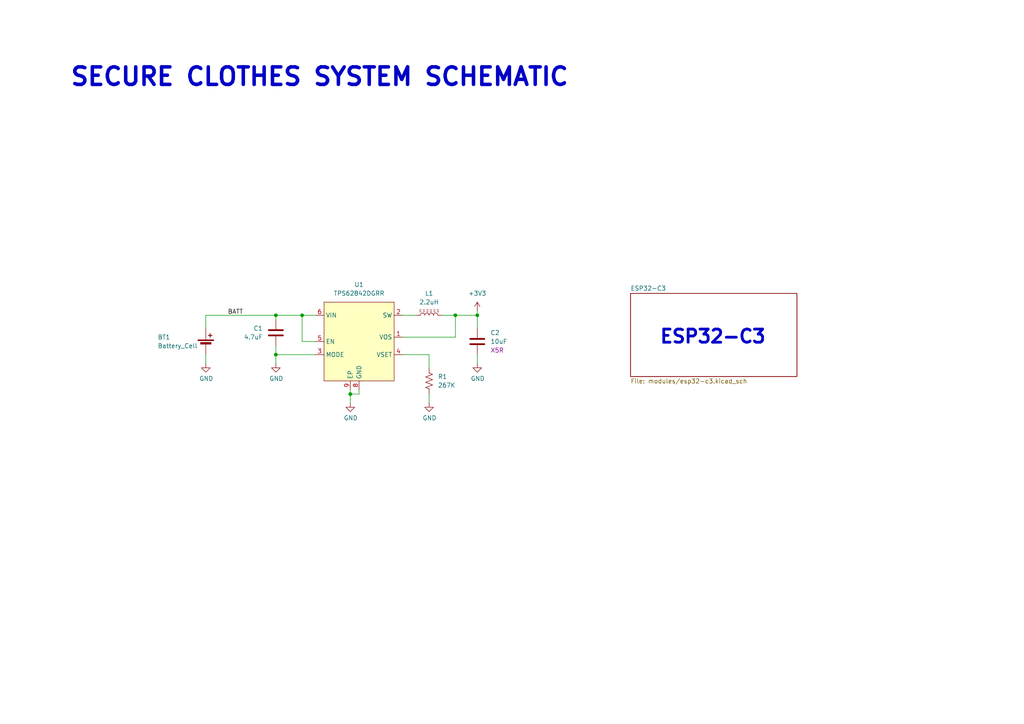
<source format=kicad_sch>
(kicad_sch
	(version 20231120)
	(generator "eeschema")
	(generator_version "8.0")
	(uuid "62d9e645-71b1-4239-93d4-fd0a8a6c917b")
	(paper "A4")
	(title_block
		(date "2024-12-11")
		(rev "${VERSION}")
		(company "${COMPANY}")
	)
	(lib_symbols
		(symbol "Device:Battery_Cell"
			(pin_numbers hide)
			(pin_names
				(offset 0) hide)
			(exclude_from_sim no)
			(in_bom yes)
			(on_board yes)
			(property "Reference" "BT"
				(at 2.54 2.54 0)
				(effects
					(font
						(size 1.27 1.27)
					)
					(justify left)
				)
			)
			(property "Value" "Battery_Cell"
				(at 2.54 0 0)
				(effects
					(font
						(size 1.27 1.27)
					)
					(justify left)
				)
			)
			(property "Footprint" ""
				(at 0 1.524 90)
				(effects
					(font
						(size 1.27 1.27)
					)
					(hide yes)
				)
			)
			(property "Datasheet" "~"
				(at 0 1.524 90)
				(effects
					(font
						(size 1.27 1.27)
					)
					(hide yes)
				)
			)
			(property "Description" "Single-cell battery"
				(at 0 0 0)
				(effects
					(font
						(size 1.27 1.27)
					)
					(hide yes)
				)
			)
			(property "ki_keywords" "battery cell"
				(at 0 0 0)
				(effects
					(font
						(size 1.27 1.27)
					)
					(hide yes)
				)
			)
			(symbol "Battery_Cell_0_1"
				(rectangle
					(start -2.286 1.778)
					(end 2.286 1.524)
					(stroke
						(width 0)
						(type default)
					)
					(fill
						(type outline)
					)
				)
				(rectangle
					(start -1.524 1.016)
					(end 1.524 0.508)
					(stroke
						(width 0)
						(type default)
					)
					(fill
						(type outline)
					)
				)
				(polyline
					(pts
						(xy 0 0.762) (xy 0 0)
					)
					(stroke
						(width 0)
						(type default)
					)
					(fill
						(type none)
					)
				)
				(polyline
					(pts
						(xy 0 1.778) (xy 0 2.54)
					)
					(stroke
						(width 0)
						(type default)
					)
					(fill
						(type none)
					)
				)
				(polyline
					(pts
						(xy 0.762 3.048) (xy 1.778 3.048)
					)
					(stroke
						(width 0.254)
						(type default)
					)
					(fill
						(type none)
					)
				)
				(polyline
					(pts
						(xy 1.27 3.556) (xy 1.27 2.54)
					)
					(stroke
						(width 0.254)
						(type default)
					)
					(fill
						(type none)
					)
				)
			)
			(symbol "Battery_Cell_1_1"
				(pin passive line
					(at 0 5.08 270)
					(length 2.54)
					(name "+"
						(effects
							(font
								(size 1.27 1.27)
							)
						)
					)
					(number "1"
						(effects
							(font
								(size 1.27 1.27)
							)
						)
					)
				)
				(pin passive line
					(at 0 -2.54 90)
					(length 2.54)
					(name "-"
						(effects
							(font
								(size 1.27 1.27)
							)
						)
					)
					(number "2"
						(effects
							(font
								(size 1.27 1.27)
							)
						)
					)
				)
			)
		)
		(symbol "Device:C"
			(pin_numbers hide)
			(pin_names
				(offset 0.254)
			)
			(exclude_from_sim no)
			(in_bom yes)
			(on_board yes)
			(property "Reference" "C"
				(at 0.635 2.54 0)
				(effects
					(font
						(size 1.27 1.27)
					)
					(justify left)
				)
			)
			(property "Value" "C"
				(at 0.635 -2.54 0)
				(effects
					(font
						(size 1.27 1.27)
					)
					(justify left)
				)
			)
			(property "Footprint" ""
				(at 0.9652 -3.81 0)
				(effects
					(font
						(size 1.27 1.27)
					)
					(hide yes)
				)
			)
			(property "Datasheet" "~"
				(at 0 0 0)
				(effects
					(font
						(size 1.27 1.27)
					)
					(hide yes)
				)
			)
			(property "Description" "Unpolarized capacitor"
				(at 0 0 0)
				(effects
					(font
						(size 1.27 1.27)
					)
					(hide yes)
				)
			)
			(property "ki_keywords" "cap capacitor"
				(at 0 0 0)
				(effects
					(font
						(size 1.27 1.27)
					)
					(hide yes)
				)
			)
			(property "ki_fp_filters" "C_*"
				(at 0 0 0)
				(effects
					(font
						(size 1.27 1.27)
					)
					(hide yes)
				)
			)
			(symbol "C_0_1"
				(polyline
					(pts
						(xy -2.032 -0.762) (xy 2.032 -0.762)
					)
					(stroke
						(width 0.508)
						(type default)
					)
					(fill
						(type none)
					)
				)
				(polyline
					(pts
						(xy -2.032 0.762) (xy 2.032 0.762)
					)
					(stroke
						(width 0.508)
						(type default)
					)
					(fill
						(type none)
					)
				)
			)
			(symbol "C_1_1"
				(pin passive line
					(at 0 3.81 270)
					(length 2.794)
					(name "~"
						(effects
							(font
								(size 1.27 1.27)
							)
						)
					)
					(number "1"
						(effects
							(font
								(size 1.27 1.27)
							)
						)
					)
				)
				(pin passive line
					(at 0 -3.81 90)
					(length 2.794)
					(name "~"
						(effects
							(font
								(size 1.27 1.27)
							)
						)
					)
					(number "2"
						(effects
							(font
								(size 1.27 1.27)
							)
						)
					)
				)
			)
		)
		(symbol "Device:L_Ferrite"
			(pin_numbers hide)
			(pin_names
				(offset 1.016) hide)
			(exclude_from_sim no)
			(in_bom yes)
			(on_board yes)
			(property "Reference" "L"
				(at -1.27 0 90)
				(effects
					(font
						(size 1.27 1.27)
					)
				)
			)
			(property "Value" "L_Ferrite"
				(at 2.794 0 90)
				(effects
					(font
						(size 1.27 1.27)
					)
				)
			)
			(property "Footprint" ""
				(at 0 0 0)
				(effects
					(font
						(size 1.27 1.27)
					)
					(hide yes)
				)
			)
			(property "Datasheet" "~"
				(at 0 0 0)
				(effects
					(font
						(size 1.27 1.27)
					)
					(hide yes)
				)
			)
			(property "Description" "Inductor with ferrite core"
				(at 0 0 0)
				(effects
					(font
						(size 1.27 1.27)
					)
					(hide yes)
				)
			)
			(property "ki_keywords" "inductor choke coil reactor magnetic"
				(at 0 0 0)
				(effects
					(font
						(size 1.27 1.27)
					)
					(hide yes)
				)
			)
			(property "ki_fp_filters" "Choke_* *Coil* Inductor_* L_*"
				(at 0 0 0)
				(effects
					(font
						(size 1.27 1.27)
					)
					(hide yes)
				)
			)
			(symbol "L_Ferrite_0_1"
				(arc
					(start 0 -2.54)
					(mid 0.6323 -1.905)
					(end 0 -1.27)
					(stroke
						(width 0)
						(type default)
					)
					(fill
						(type none)
					)
				)
				(arc
					(start 0 -1.27)
					(mid 0.6323 -0.635)
					(end 0 0)
					(stroke
						(width 0)
						(type default)
					)
					(fill
						(type none)
					)
				)
				(polyline
					(pts
						(xy 1.016 -2.794) (xy 1.016 -2.286)
					)
					(stroke
						(width 0)
						(type default)
					)
					(fill
						(type none)
					)
				)
				(polyline
					(pts
						(xy 1.016 -1.778) (xy 1.016 -1.27)
					)
					(stroke
						(width 0)
						(type default)
					)
					(fill
						(type none)
					)
				)
				(polyline
					(pts
						(xy 1.016 -0.762) (xy 1.016 -0.254)
					)
					(stroke
						(width 0)
						(type default)
					)
					(fill
						(type none)
					)
				)
				(polyline
					(pts
						(xy 1.016 0.254) (xy 1.016 0.762)
					)
					(stroke
						(width 0)
						(type default)
					)
					(fill
						(type none)
					)
				)
				(polyline
					(pts
						(xy 1.016 1.27) (xy 1.016 1.778)
					)
					(stroke
						(width 0)
						(type default)
					)
					(fill
						(type none)
					)
				)
				(polyline
					(pts
						(xy 1.016 2.286) (xy 1.016 2.794)
					)
					(stroke
						(width 0)
						(type default)
					)
					(fill
						(type none)
					)
				)
				(polyline
					(pts
						(xy 1.524 -2.286) (xy 1.524 -2.794)
					)
					(stroke
						(width 0)
						(type default)
					)
					(fill
						(type none)
					)
				)
				(polyline
					(pts
						(xy 1.524 -1.27) (xy 1.524 -1.778)
					)
					(stroke
						(width 0)
						(type default)
					)
					(fill
						(type none)
					)
				)
				(polyline
					(pts
						(xy 1.524 -0.254) (xy 1.524 -0.762)
					)
					(stroke
						(width 0)
						(type default)
					)
					(fill
						(type none)
					)
				)
				(polyline
					(pts
						(xy 1.524 0.762) (xy 1.524 0.254)
					)
					(stroke
						(width 0)
						(type default)
					)
					(fill
						(type none)
					)
				)
				(polyline
					(pts
						(xy 1.524 1.778) (xy 1.524 1.27)
					)
					(stroke
						(width 0)
						(type default)
					)
					(fill
						(type none)
					)
				)
				(polyline
					(pts
						(xy 1.524 2.794) (xy 1.524 2.286)
					)
					(stroke
						(width 0)
						(type default)
					)
					(fill
						(type none)
					)
				)
				(arc
					(start 0 0)
					(mid 0.6323 0.635)
					(end 0 1.27)
					(stroke
						(width 0)
						(type default)
					)
					(fill
						(type none)
					)
				)
				(arc
					(start 0 1.27)
					(mid 0.6323 1.905)
					(end 0 2.54)
					(stroke
						(width 0)
						(type default)
					)
					(fill
						(type none)
					)
				)
			)
			(symbol "L_Ferrite_1_1"
				(pin passive line
					(at 0 3.81 270)
					(length 1.27)
					(name "1"
						(effects
							(font
								(size 1.27 1.27)
							)
						)
					)
					(number "1"
						(effects
							(font
								(size 1.27 1.27)
							)
						)
					)
				)
				(pin passive line
					(at 0 -3.81 90)
					(length 1.27)
					(name "2"
						(effects
							(font
								(size 1.27 1.27)
							)
						)
					)
					(number "2"
						(effects
							(font
								(size 1.27 1.27)
							)
						)
					)
				)
			)
		)
		(symbol "Device:R_US"
			(pin_numbers hide)
			(pin_names
				(offset 0)
			)
			(exclude_from_sim no)
			(in_bom yes)
			(on_board yes)
			(property "Reference" "R"
				(at 2.54 0 90)
				(effects
					(font
						(size 1.27 1.27)
					)
				)
			)
			(property "Value" "R_US"
				(at -2.54 0 90)
				(effects
					(font
						(size 1.27 1.27)
					)
				)
			)
			(property "Footprint" ""
				(at 1.016 -0.254 90)
				(effects
					(font
						(size 1.27 1.27)
					)
					(hide yes)
				)
			)
			(property "Datasheet" "~"
				(at 0 0 0)
				(effects
					(font
						(size 1.27 1.27)
					)
					(hide yes)
				)
			)
			(property "Description" "Resistor, US symbol"
				(at 0 0 0)
				(effects
					(font
						(size 1.27 1.27)
					)
					(hide yes)
				)
			)
			(property "ki_keywords" "R res resistor"
				(at 0 0 0)
				(effects
					(font
						(size 1.27 1.27)
					)
					(hide yes)
				)
			)
			(property "ki_fp_filters" "R_*"
				(at 0 0 0)
				(effects
					(font
						(size 1.27 1.27)
					)
					(hide yes)
				)
			)
			(symbol "R_US_0_1"
				(polyline
					(pts
						(xy 0 -2.286) (xy 0 -2.54)
					)
					(stroke
						(width 0)
						(type default)
					)
					(fill
						(type none)
					)
				)
				(polyline
					(pts
						(xy 0 2.286) (xy 0 2.54)
					)
					(stroke
						(width 0)
						(type default)
					)
					(fill
						(type none)
					)
				)
				(polyline
					(pts
						(xy 0 -0.762) (xy 1.016 -1.143) (xy 0 -1.524) (xy -1.016 -1.905) (xy 0 -2.286)
					)
					(stroke
						(width 0)
						(type default)
					)
					(fill
						(type none)
					)
				)
				(polyline
					(pts
						(xy 0 0.762) (xy 1.016 0.381) (xy 0 0) (xy -1.016 -0.381) (xy 0 -0.762)
					)
					(stroke
						(width 0)
						(type default)
					)
					(fill
						(type none)
					)
				)
				(polyline
					(pts
						(xy 0 2.286) (xy 1.016 1.905) (xy 0 1.524) (xy -1.016 1.143) (xy 0 0.762)
					)
					(stroke
						(width 0)
						(type default)
					)
					(fill
						(type none)
					)
				)
			)
			(symbol "R_US_1_1"
				(pin passive line
					(at 0 3.81 270)
					(length 1.27)
					(name "~"
						(effects
							(font
								(size 1.27 1.27)
							)
						)
					)
					(number "1"
						(effects
							(font
								(size 1.27 1.27)
							)
						)
					)
				)
				(pin passive line
					(at 0 -3.81 90)
					(length 1.27)
					(name "~"
						(effects
							(font
								(size 1.27 1.27)
							)
						)
					)
					(number "2"
						(effects
							(font
								(size 1.27 1.27)
							)
						)
					)
				)
			)
		)
		(symbol "MSS_RegulatorLineal:TPS62842DGRR"
			(exclude_from_sim no)
			(in_bom yes)
			(on_board yes)
			(property "Reference" "U1"
				(at 0 16.51 0)
				(effects
					(font
						(size 1.27 1.27)
					)
				)
			)
			(property "Value" "TPS62842DGRR"
				(at 0 13.97 0)
				(effects
					(font
						(size 1.27 1.27)
					)
				)
			)
			(property "Footprint" "Package_SO:HVSSOP-8-1EP_3x3mm_P0.65mm_EP1.57x1.89mm_ThermalVias"
				(at -1.27 7.62 0)
				(effects
					(font
						(size 1.27 1.27)
					)
					(hide yes)
				)
			)
			(property "Datasheet" "https://www.ti.com/lit/ds/symlink/tps62840.pdf"
				(at -1.27 7.62 0)
				(effects
					(font
						(size 1.27 1.27)
					)
					(hide yes)
				)
			)
			(property "Description" "IC REG BUCK ADJ 750MA 8HVSSOP"
				(at -1.27 7.62 0)
				(effects
					(font
						(size 1.27 1.27)
					)
					(hide yes)
				)
			)
			(property "Manufacturer" "Texas Instruments"
				(at 0 0 0)
				(effects
					(font
						(size 1.27 1.27)
					)
					(hide yes)
				)
			)
			(property "Price" "0,93834"
				(at 0 0 0)
				(effects
					(font
						(size 1.27 1.27)
					)
					(hide yes)
				)
			)
			(property "LCSC Part #" ""
				(at 0 0 0)
				(effects
					(font
						(size 1.27 1.27)
					)
					(hide yes)
				)
			)
			(property "Mfg Part #" "TPS62842DGRR"
				(at 0 0 0)
				(effects
					(font
						(size 1.27 1.27)
					)
					(hide yes)
				)
			)
			(property "CURRENT" "750mA"
				(at 0 0 0)
				(effects
					(font
						(size 1.27 1.27)
					)
					(hide yes)
				)
			)
			(property "Descrip" "IC REG BUCK ADJ 750MA 8HVSSOP"
				(at 0 0 0)
				(effects
					(font
						(size 1.27 1.27)
					)
					(hide yes)
				)
			)
			(property "PROVIDER" "Digikey"
				(at 0 0 0)
				(effects
					(font
						(size 1.27 1.27)
					)
					(hide yes)
				)
			)
			(property "PLACE" ""
				(at 0 0 0)
				(effects
					(font
						(size 1.27 1.27)
					)
				)
			)
			(property "VOLTAGE" ""
				(at 0 0 0)
				(effects
					(font
						(size 1.27 1.27)
					)
				)
			)
			(property "TC" ""
				(at 0 0 0)
				(effects
					(font
						(size 1.27 1.27)
					)
				)
			)
			(property "Power" ""
				(at 0 0 0)
				(effects
					(font
						(size 1.27 1.27)
					)
				)
			)
			(property "Tol" ""
				(at 0 0 0)
				(effects
					(font
						(size 1.27 1.27)
					)
				)
			)
			(symbol "TPS62842DGRR_0_0"
				(pin power_out line
					(at 12.7 1.27 180)
					(length 2.54)
					(name "VOS"
						(effects
							(font
								(size 1.27 1.27)
							)
						)
					)
					(number "1"
						(effects
							(font
								(size 1.27 1.27)
							)
						)
					)
				)
				(pin output line
					(at 12.7 7.62 180)
					(length 2.54)
					(name "SW"
						(effects
							(font
								(size 1.27 1.27)
							)
						)
					)
					(number "2"
						(effects
							(font
								(size 1.27 1.27)
							)
						)
					)
				)
				(pin input line
					(at -12.7 -3.81 0)
					(length 2.54)
					(name "MODE"
						(effects
							(font
								(size 1.27 1.27)
							)
						)
					)
					(number "3"
						(effects
							(font
								(size 1.27 1.27)
							)
						)
					)
				)
				(pin input line
					(at 12.7 -3.81 180)
					(length 2.54)
					(name "VSET"
						(effects
							(font
								(size 1.27 1.27)
							)
						)
					)
					(number "4"
						(effects
							(font
								(size 1.27 1.27)
							)
						)
					)
				)
				(pin input line
					(at -12.7 0 0)
					(length 2.54)
					(name "EN"
						(effects
							(font
								(size 1.27 1.27)
							)
						)
					)
					(number "5"
						(effects
							(font
								(size 1.27 1.27)
							)
						)
					)
				)
				(pin power_in line
					(at -12.7 7.62 0)
					(length 2.54)
					(name "VIN"
						(effects
							(font
								(size 1.27 1.27)
							)
						)
					)
					(number "6"
						(effects
							(font
								(size 1.27 1.27)
							)
						)
					)
				)
				(pin power_in line
					(at 0 -13.97 90)
					(length 2.54)
					(name "GND"
						(effects
							(font
								(size 1.27 1.27)
							)
						)
					)
					(number "8"
						(effects
							(font
								(size 1.27 1.27)
							)
						)
					)
				)
				(pin passive line
					(at -2.54 -13.97 90)
					(length 2.54)
					(name "EP"
						(effects
							(font
								(size 1.27 1.27)
							)
						)
					)
					(number "9"
						(effects
							(font
								(size 1.27 1.27)
							)
						)
					)
				)
			)
			(symbol "TPS62842DGRR_1_0"
				(pin no_connect line
					(at -12.7 5.08 0)
					(length 2.54) hide
					(name "NC"
						(effects
							(font
								(size 1.27 1.27)
							)
						)
					)
					(number "7"
						(effects
							(font
								(size 1.27 1.27)
							)
						)
					)
				)
			)
			(symbol "TPS62842DGRR_1_1"
				(rectangle
					(start -10.16 11.43)
					(end 10.16 -11.43)
					(stroke
						(width 0)
						(type default)
					)
					(fill
						(type background)
					)
				)
			)
		)
		(symbol "power:+3V3"
			(power)
			(pin_numbers hide)
			(pin_names
				(offset 0) hide)
			(exclude_from_sim no)
			(in_bom yes)
			(on_board yes)
			(property "Reference" "#PWR"
				(at 0 -3.81 0)
				(effects
					(font
						(size 1.27 1.27)
					)
					(hide yes)
				)
			)
			(property "Value" "+3V3"
				(at 0 3.556 0)
				(effects
					(font
						(size 1.27 1.27)
					)
				)
			)
			(property "Footprint" ""
				(at 0 0 0)
				(effects
					(font
						(size 1.27 1.27)
					)
					(hide yes)
				)
			)
			(property "Datasheet" ""
				(at 0 0 0)
				(effects
					(font
						(size 1.27 1.27)
					)
					(hide yes)
				)
			)
			(property "Description" "Power symbol creates a global label with name \"+3V3\""
				(at 0 0 0)
				(effects
					(font
						(size 1.27 1.27)
					)
					(hide yes)
				)
			)
			(property "ki_keywords" "global power"
				(at 0 0 0)
				(effects
					(font
						(size 1.27 1.27)
					)
					(hide yes)
				)
			)
			(symbol "+3V3_0_1"
				(polyline
					(pts
						(xy -0.762 1.27) (xy 0 2.54)
					)
					(stroke
						(width 0)
						(type default)
					)
					(fill
						(type none)
					)
				)
				(polyline
					(pts
						(xy 0 0) (xy 0 2.54)
					)
					(stroke
						(width 0)
						(type default)
					)
					(fill
						(type none)
					)
				)
				(polyline
					(pts
						(xy 0 2.54) (xy 0.762 1.27)
					)
					(stroke
						(width 0)
						(type default)
					)
					(fill
						(type none)
					)
				)
			)
			(symbol "+3V3_1_1"
				(pin power_in line
					(at 0 0 90)
					(length 0)
					(name "~"
						(effects
							(font
								(size 1.27 1.27)
							)
						)
					)
					(number "1"
						(effects
							(font
								(size 1.27 1.27)
							)
						)
					)
				)
			)
		)
		(symbol "power:GND"
			(power)
			(pin_numbers hide)
			(pin_names
				(offset 0) hide)
			(exclude_from_sim no)
			(in_bom yes)
			(on_board yes)
			(property "Reference" "#PWR"
				(at 0 -6.35 0)
				(effects
					(font
						(size 1.27 1.27)
					)
					(hide yes)
				)
			)
			(property "Value" "GND"
				(at 0 -3.81 0)
				(effects
					(font
						(size 1.27 1.27)
					)
				)
			)
			(property "Footprint" ""
				(at 0 0 0)
				(effects
					(font
						(size 1.27 1.27)
					)
					(hide yes)
				)
			)
			(property "Datasheet" ""
				(at 0 0 0)
				(effects
					(font
						(size 1.27 1.27)
					)
					(hide yes)
				)
			)
			(property "Description" "Power symbol creates a global label with name \"GND\" , ground"
				(at 0 0 0)
				(effects
					(font
						(size 1.27 1.27)
					)
					(hide yes)
				)
			)
			(property "ki_keywords" "global power"
				(at 0 0 0)
				(effects
					(font
						(size 1.27 1.27)
					)
					(hide yes)
				)
			)
			(symbol "GND_0_1"
				(polyline
					(pts
						(xy 0 0) (xy 0 -1.27) (xy 1.27 -1.27) (xy 0 -2.54) (xy -1.27 -1.27) (xy 0 -1.27)
					)
					(stroke
						(width 0)
						(type default)
					)
					(fill
						(type none)
					)
				)
			)
			(symbol "GND_1_1"
				(pin power_in line
					(at 0 0 270)
					(length 0)
					(name "~"
						(effects
							(font
								(size 1.27 1.27)
							)
						)
					)
					(number "1"
						(effects
							(font
								(size 1.27 1.27)
							)
						)
					)
				)
			)
		)
	)
	(junction
		(at 101.6 114.3)
		(diameter 0)
		(color 0 0 0 0)
		(uuid "21cf7692-3e86-4041-ac9b-61587d83c975")
	)
	(junction
		(at 132.08 91.44)
		(diameter 0)
		(color 0 0 0 0)
		(uuid "277574ca-4188-4268-9fda-9013bcdf6b0f")
	)
	(junction
		(at 80.01 91.44)
		(diameter 0)
		(color 0 0 0 0)
		(uuid "44386004-96ff-4154-b3dc-f09eb2c980da")
	)
	(junction
		(at 80.01 102.87)
		(diameter 0)
		(color 0 0 0 0)
		(uuid "484d7e69-8a30-4efb-933a-d65363dde929")
	)
	(junction
		(at 87.63 91.44)
		(diameter 0)
		(color 0 0 0 0)
		(uuid "5c64aacc-6b38-4c54-9e57-cd77dec8cea3")
	)
	(junction
		(at 138.43 91.44)
		(diameter 0)
		(color 0 0 0 0)
		(uuid "976a300f-2619-44f2-9c16-0b2d698aa114")
	)
	(wire
		(pts
			(xy 59.69 102.87) (xy 59.69 105.41)
		)
		(stroke
			(width 0)
			(type default)
		)
		(uuid "0700bc10-ba01-4e6e-8f1b-e3c5209ddfed")
	)
	(wire
		(pts
			(xy 138.43 90.17) (xy 138.43 91.44)
		)
		(stroke
			(width 0)
			(type default)
		)
		(uuid "09b8c68a-2ebf-4d92-b019-f33cc7404c12")
	)
	(wire
		(pts
			(xy 104.14 113.03) (xy 104.14 114.3)
		)
		(stroke
			(width 0)
			(type default)
		)
		(uuid "1f8a9559-b2df-4924-90ff-f80c93003298")
	)
	(wire
		(pts
			(xy 124.46 102.87) (xy 116.84 102.87)
		)
		(stroke
			(width 0)
			(type default)
		)
		(uuid "2581d11c-7780-4483-8010-2fa2f6d39c64")
	)
	(wire
		(pts
			(xy 80.01 102.87) (xy 91.44 102.87)
		)
		(stroke
			(width 0)
			(type default)
		)
		(uuid "25cb94cf-fd36-4926-911a-f677cc8611ad")
	)
	(wire
		(pts
			(xy 80.01 92.71) (xy 80.01 91.44)
		)
		(stroke
			(width 0)
			(type default)
		)
		(uuid "2848336c-3183-4626-b525-d1492bbc1ec7")
	)
	(wire
		(pts
			(xy 101.6 114.3) (xy 101.6 116.84)
		)
		(stroke
			(width 0)
			(type default)
		)
		(uuid "2fb06879-b2a0-475d-bb9c-8b4dbb65d496")
	)
	(wire
		(pts
			(xy 132.08 91.44) (xy 138.43 91.44)
		)
		(stroke
			(width 0)
			(type default)
		)
		(uuid "359404d0-78d1-4906-a895-b08b498a49e9")
	)
	(wire
		(pts
			(xy 138.43 91.44) (xy 138.43 95.25)
		)
		(stroke
			(width 0)
			(type default)
		)
		(uuid "37679427-7336-40e4-8678-6a73f2d22b13")
	)
	(wire
		(pts
			(xy 80.01 91.44) (xy 87.63 91.44)
		)
		(stroke
			(width 0)
			(type default)
		)
		(uuid "37e310ec-fb8a-40b2-9711-9466d5827de4")
	)
	(wire
		(pts
			(xy 80.01 100.33) (xy 80.01 102.87)
		)
		(stroke
			(width 0)
			(type default)
		)
		(uuid "3eb876f0-d943-4714-aeac-249255cbf029")
	)
	(wire
		(pts
			(xy 124.46 106.68) (xy 124.46 102.87)
		)
		(stroke
			(width 0)
			(type default)
		)
		(uuid "43a02da0-0124-4247-aa1d-32a98e0a560f")
	)
	(wire
		(pts
			(xy 138.43 102.87) (xy 138.43 105.41)
		)
		(stroke
			(width 0)
			(type default)
		)
		(uuid "543f68d9-8803-449d-8e6b-224cc0768716")
	)
	(wire
		(pts
			(xy 59.69 95.25) (xy 59.69 91.44)
		)
		(stroke
			(width 0)
			(type default)
		)
		(uuid "61e7f141-eed6-4b3c-9f5c-d00046792791")
	)
	(wire
		(pts
			(xy 132.08 97.79) (xy 132.08 91.44)
		)
		(stroke
			(width 0)
			(type default)
		)
		(uuid "6ea365a0-5493-4619-beb8-7250ad6c796e")
	)
	(wire
		(pts
			(xy 101.6 113.03) (xy 101.6 114.3)
		)
		(stroke
			(width 0)
			(type default)
		)
		(uuid "6eabdf2f-d90c-4c14-b7d0-0a75dafaacec")
	)
	(wire
		(pts
			(xy 59.69 91.44) (xy 80.01 91.44)
		)
		(stroke
			(width 0)
			(type default)
		)
		(uuid "79119c95-ad41-4f2c-8406-70e9ee215973")
	)
	(wire
		(pts
			(xy 87.63 99.06) (xy 87.63 91.44)
		)
		(stroke
			(width 0)
			(type default)
		)
		(uuid "836cc7e6-ec1e-44d9-8470-289ddd22d025")
	)
	(wire
		(pts
			(xy 116.84 97.79) (xy 132.08 97.79)
		)
		(stroke
			(width 0)
			(type default)
		)
		(uuid "83d2493e-0e1e-45f5-b8e0-0139167d384a")
	)
	(wire
		(pts
			(xy 91.44 99.06) (xy 87.63 99.06)
		)
		(stroke
			(width 0)
			(type default)
		)
		(uuid "899e886e-635a-4839-9853-56b10d7aeb90")
	)
	(wire
		(pts
			(xy 87.63 91.44) (xy 91.44 91.44)
		)
		(stroke
			(width 0)
			(type default)
		)
		(uuid "899f04c8-d72c-4ead-8137-34ed615075f3")
	)
	(wire
		(pts
			(xy 128.27 91.44) (xy 132.08 91.44)
		)
		(stroke
			(width 0)
			(type default)
		)
		(uuid "90f3e8ed-6699-41a0-ae07-f31ed926a118")
	)
	(wire
		(pts
			(xy 80.01 102.87) (xy 80.01 105.41)
		)
		(stroke
			(width 0)
			(type default)
		)
		(uuid "bf425bc5-806d-4cca-8d54-4fa06bee39ea")
	)
	(wire
		(pts
			(xy 116.84 91.44) (xy 120.65 91.44)
		)
		(stroke
			(width 0)
			(type default)
		)
		(uuid "cf08ba90-be94-4fc9-a1a3-89f9c12dc87c")
	)
	(wire
		(pts
			(xy 124.46 114.3) (xy 124.46 116.84)
		)
		(stroke
			(width 0)
			(type default)
		)
		(uuid "f392c5f7-1c88-4eaf-9bd8-aaffd42a4d6d")
	)
	(wire
		(pts
			(xy 104.14 114.3) (xy 101.6 114.3)
		)
		(stroke
			(width 0)
			(type default)
		)
		(uuid "fa80b7ea-332b-4c02-a0dd-97d841ec4d30")
	)
	(text "SECURE CLOTHES SYSTEM SCHEMATIC"
		(exclude_from_sim no)
		(at 20.066 25.4 0)
		(effects
			(font
				(size 5.08 5.08)
				(thickness 1.016)
				(bold yes)
			)
			(justify left bottom)
		)
		(uuid "4d585196-d7d5-4810-a889-cdce4f230f55")
	)
	(text "ESP32-C3"
		(exclude_from_sim no)
		(at 206.756 97.79 0)
		(effects
			(font
				(size 3.81 3.81)
				(thickness 0.8)
				(bold yes)
			)
		)
		(uuid "8388c06a-d3fe-458b-ad68-f787eb6ef75f")
	)
	(label "BATT"
		(at 66.04 91.44 0)
		(fields_autoplaced yes)
		(effects
			(font
				(size 1.27 1.27)
			)
			(justify left bottom)
		)
		(uuid "4f92645a-7b0f-4d91-929e-8243c294a3aa")
	)
	(symbol
		(lib_id "power:GND")
		(at 138.43 105.41 0)
		(unit 1)
		(exclude_from_sim no)
		(in_bom yes)
		(on_board yes)
		(dnp no)
		(uuid "126c0a41-26ba-4d9f-a675-26abb788766a")
		(property "Reference" "#PWR06"
			(at 138.43 111.76 0)
			(effects
				(font
					(size 1.27 1.27)
				)
				(hide yes)
			)
		)
		(property "Value" "GND"
			(at 138.557 109.8042 0)
			(effects
				(font
					(size 1.27 1.27)
				)
			)
		)
		(property "Footprint" ""
			(at 138.43 105.41 0)
			(effects
				(font
					(size 1.27 1.27)
				)
				(hide yes)
			)
		)
		(property "Datasheet" ""
			(at 138.43 105.41 0)
			(effects
				(font
					(size 1.27 1.27)
				)
				(hide yes)
			)
		)
		(property "Description" ""
			(at 138.43 105.41 0)
			(effects
				(font
					(size 1.27 1.27)
				)
				(hide yes)
			)
		)
		(pin "1"
			(uuid "0d248d29-9be4-423b-96d3-f231474bfab5")
		)
		(instances
			(project "secure_clothes_system"
				(path "/62d9e645-71b1-4239-93d4-fd0a8a6c917b"
					(reference "#PWR06")
					(unit 1)
				)
			)
		)
	)
	(symbol
		(lib_id "Device:R_US")
		(at 124.46 110.49 0)
		(unit 1)
		(exclude_from_sim no)
		(in_bom yes)
		(on_board yes)
		(dnp no)
		(fields_autoplaced yes)
		(uuid "190ea52a-572b-44a7-9d40-2e91799e28da")
		(property "Reference" "R1"
			(at 127 109.22 0)
			(effects
				(font
					(size 1.27 1.27)
				)
				(justify left)
			)
		)
		(property "Value" "267K"
			(at 127 111.76 0)
			(effects
				(font
					(size 1.27 1.27)
				)
				(justify left)
			)
		)
		(property "Footprint" "Resistor_SMD:R_0603_1608Metric"
			(at 125.476 110.744 90)
			(effects
				(font
					(size 1.27 1.27)
				)
				(hide yes)
			)
		)
		(property "Datasheet" "https://www.yageo.com/upload/media/product/products/datasheet/rchip/PYu-RC_Group_51_RoHS_L_12.pdf"
			(at 124.46 110.49 0)
			(effects
				(font
					(size 1.27 1.27)
				)
				(hide yes)
			)
		)
		(property "Description" "100mW Thick Film Resistors 75V ±100ppm/℃ ±1% 267kΩ 0603 Chip Resistor - Surface Mount ROHS"
			(at 124.46 110.49 0)
			(effects
				(font
					(size 1.27 1.27)
				)
				(hide yes)
			)
		)
		(property "Manufacturer" "YAGEO"
			(at 124.46 110.49 0)
			(effects
				(font
					(size 1.27 1.27)
				)
				(hide yes)
			)
		)
		(property "Price" "0,00510"
			(at 124.46 110.49 0)
			(effects
				(font
					(size 1.27 1.27)
				)
				(hide yes)
			)
		)
		(property "LCSC Part #" ""
			(at 124.46 110.49 0)
			(effects
				(font
					(size 1.27 1.27)
				)
				(hide yes)
			)
		)
		(property "Mfg Part #" "RC0603FR-07267KL"
			(at 124.46 110.49 0)
			(effects
				(font
					(size 1.27 1.27)
				)
				(hide yes)
			)
		)
		(property "PROVIDER" "Digikey"
			(at 124.46 110.49 0)
			(effects
				(font
					(size 1.27 1.27)
				)
				(hide yes)
			)
		)
		(property "Descrip" "RES 267K OHM 1% 1/10W 0603"
			(at 124.46 110.49 0)
			(effects
				(font
					(size 1.27 1.27)
				)
				(hide yes)
			)
		)
		(property "PLACE" ""
			(at 124.46 110.49 0)
			(effects
				(font
					(size 1.27 1.27)
				)
			)
		)
		(property "VOLTAGE" ""
			(at 124.46 110.49 0)
			(effects
				(font
					(size 1.27 1.27)
				)
			)
		)
		(property "CURRENT" ""
			(at 124.46 110.49 0)
			(effects
				(font
					(size 1.27 1.27)
				)
			)
		)
		(property "TC" ""
			(at 124.46 110.49 0)
			(effects
				(font
					(size 1.27 1.27)
				)
			)
		)
		(property "Power" ""
			(at 124.46 110.49 0)
			(effects
				(font
					(size 1.27 1.27)
				)
			)
		)
		(property "Tol" ""
			(at 124.46 110.49 0)
			(effects
				(font
					(size 1.27 1.27)
				)
			)
		)
		(pin "1"
			(uuid "18005a23-b310-4ac1-92cc-c92d8792c47f")
		)
		(pin "2"
			(uuid "433852e4-a82f-42ea-ae54-5479d7171f39")
		)
		(instances
			(project "secure_clothes_system"
				(path "/62d9e645-71b1-4239-93d4-fd0a8a6c917b"
					(reference "R1")
					(unit 1)
				)
			)
		)
	)
	(symbol
		(lib_id "power:+3V3")
		(at 138.43 90.17 0)
		(unit 1)
		(exclude_from_sim no)
		(in_bom yes)
		(on_board yes)
		(dnp no)
		(fields_autoplaced yes)
		(uuid "1f5a4be0-111d-41fc-9850-68da0e60d1cf")
		(property "Reference" "#PWR05"
			(at 138.43 93.98 0)
			(effects
				(font
					(size 1.27 1.27)
				)
				(hide yes)
			)
		)
		(property "Value" "+3V3"
			(at 138.43 85.09 0)
			(effects
				(font
					(size 1.27 1.27)
				)
			)
		)
		(property "Footprint" ""
			(at 138.43 90.17 0)
			(effects
				(font
					(size 1.27 1.27)
				)
				(hide yes)
			)
		)
		(property "Datasheet" ""
			(at 138.43 90.17 0)
			(effects
				(font
					(size 1.27 1.27)
				)
				(hide yes)
			)
		)
		(property "Description" "Power symbol creates a global label with name \"+3V3\""
			(at 138.43 90.17 0)
			(effects
				(font
					(size 1.27 1.27)
				)
				(hide yes)
			)
		)
		(property "Manufacturer" ""
			(at 138.43 90.17 0)
			(effects
				(font
					(size 1.27 1.27)
				)
				(hide yes)
			)
		)
		(property "Mfg Part #" ""
			(at 138.43 90.17 0)
			(effects
				(font
					(size 1.27 1.27)
				)
				(hide yes)
			)
		)
		(property "LCSC Part #" ""
			(at 138.43 90.17 0)
			(effects
				(font
					(size 1.27 1.27)
				)
				(hide yes)
			)
		)
		(property "PROVIDER" ""
			(at 138.43 90.17 0)
			(effects
				(font
					(size 1.27 1.27)
				)
				(hide yes)
			)
		)
		(property "Price" ""
			(at 138.43 90.17 0)
			(effects
				(font
					(size 1.27 1.27)
				)
				(hide yes)
			)
		)
		(property "Descrip" ""
			(at 138.43 90.17 0)
			(effects
				(font
					(size 1.27 1.27)
				)
				(hide yes)
			)
		)
		(property "PLACE" ""
			(at 138.43 90.17 0)
			(effects
				(font
					(size 1.27 1.27)
				)
			)
		)
		(property "VOLTAGE" ""
			(at 138.43 90.17 0)
			(effects
				(font
					(size 1.27 1.27)
				)
			)
		)
		(property "CURRENT" ""
			(at 138.43 90.17 0)
			(effects
				(font
					(size 1.27 1.27)
				)
			)
		)
		(property "TC" ""
			(at 138.43 90.17 0)
			(effects
				(font
					(size 1.27 1.27)
				)
			)
		)
		(property "Power" ""
			(at 138.43 90.17 0)
			(effects
				(font
					(size 1.27 1.27)
				)
			)
		)
		(property "Tol" ""
			(at 138.43 90.17 0)
			(effects
				(font
					(size 1.27 1.27)
				)
			)
		)
		(pin "1"
			(uuid "a5fba2bb-95ac-4d20-8708-50ba102f0da8")
		)
		(instances
			(project "secure_clothes_system"
				(path "/62d9e645-71b1-4239-93d4-fd0a8a6c917b"
					(reference "#PWR05")
					(unit 1)
				)
			)
		)
	)
	(symbol
		(lib_id "Device:L_Ferrite")
		(at 124.46 91.44 90)
		(unit 1)
		(exclude_from_sim no)
		(in_bom yes)
		(on_board yes)
		(dnp no)
		(fields_autoplaced yes)
		(uuid "40d70bf4-97f9-43c5-812a-d8f4c51b18d5")
		(property "Reference" "L1"
			(at 124.46 85.09 90)
			(effects
				(font
					(size 1.27 1.27)
				)
			)
		)
		(property "Value" "2.2uH"
			(at 124.46 87.63 90)
			(effects
				(font
					(size 1.27 1.27)
				)
			)
		)
		(property "Footprint" "Inductor_SMD:L_Murata_DFE201610P"
			(at 124.46 91.44 0)
			(effects
				(font
					(size 1.27 1.27)
				)
				(hide yes)
			)
		)
		(property "Datasheet" "https://search.murata.co.jp/Ceramy/image/img/P02/J(E)TE243A-0006.pdf"
			(at 124.46 91.44 0)
			(effects
				(font
					(size 1.27 1.27)
				)
				(hide yes)
			)
		)
		(property "Description" "1.8A 2.2uH ±20% 1515 Power Inductors ROHS"
			(at 124.46 91.44 0)
			(effects
				(font
					(size 1.27 1.27)
				)
				(hide yes)
			)
		)
		(property "Manufacturer" "Murata Electronics"
			(at 124.46 91.44 0)
			(effects
				(font
					(size 1.27 1.27)
				)
				(hide yes)
			)
		)
		(property "Price" "0,14588"
			(at 124.46 91.44 0)
			(effects
				(font
					(size 1.27 1.27)
				)
				(hide yes)
			)
		)
		(property "LCSC Part #" ""
			(at 124.46 91.44 0)
			(effects
				(font
					(size 1.27 1.27)
				)
				(hide yes)
			)
		)
		(property "Mfg Part #" "DFE201612E-2R2M=P2"
			(at 124.46 91.44 0)
			(effects
				(font
					(size 1.27 1.27)
				)
				(hide yes)
			)
		)
		(property "CURRENT" "1.8A"
			(at 124.46 91.44 0)
			(effects
				(font
					(size 1.27 1.27)
				)
				(hide yes)
			)
		)
		(property "Descrip" "FIXED IND 2.2UH 1.8A 116MOHM SMD"
			(at 124.46 91.44 0)
			(effects
				(font
					(size 1.27 1.27)
				)
				(hide yes)
			)
		)
		(property "PROVIDER" "Digikey"
			(at 124.46 91.44 0)
			(effects
				(font
					(size 1.27 1.27)
				)
				(hide yes)
			)
		)
		(property "PLACE" ""
			(at 124.46 91.44 0)
			(effects
				(font
					(size 1.27 1.27)
				)
			)
		)
		(property "VOLTAGE" ""
			(at 124.46 91.44 0)
			(effects
				(font
					(size 1.27 1.27)
				)
			)
		)
		(property "TC" ""
			(at 124.46 91.44 0)
			(effects
				(font
					(size 1.27 1.27)
				)
			)
		)
		(property "Power" ""
			(at 124.46 91.44 0)
			(effects
				(font
					(size 1.27 1.27)
				)
			)
		)
		(property "Tol" ""
			(at 124.46 91.44 0)
			(effects
				(font
					(size 1.27 1.27)
				)
			)
		)
		(pin "1"
			(uuid "695b360e-b4ae-4c9e-9913-a7c58de61ba1")
		)
		(pin "2"
			(uuid "0ede9fd9-6b53-482e-be67-6523bffefa8d")
		)
		(instances
			(project "secure_clothes_system"
				(path "/62d9e645-71b1-4239-93d4-fd0a8a6c917b"
					(reference "L1")
					(unit 1)
				)
			)
		)
	)
	(symbol
		(lib_id "Device:C")
		(at 80.01 96.52 0)
		(mirror y)
		(unit 1)
		(exclude_from_sim no)
		(in_bom yes)
		(on_board yes)
		(dnp no)
		(fields_autoplaced yes)
		(uuid "4834d568-2936-43a6-b271-4b9a8e648d59")
		(property "Reference" "C1"
			(at 76.2 95.2499 0)
			(effects
				(font
					(size 1.27 1.27)
				)
				(justify left)
			)
		)
		(property "Value" "4.7uF"
			(at 76.2 97.7899 0)
			(effects
				(font
					(size 1.27 1.27)
				)
				(justify left)
			)
		)
		(property "Footprint" "Capacitor_SMD:C_0603_1608Metric"
			(at 79.0448 100.33 0)
			(effects
				(font
					(size 1.27 1.27)
				)
				(hide yes)
			)
		)
		(property "Datasheet" "https://search.murata.co.jp/Ceramy/image/img/A01X/G101/ENG/GRM188Z71A475KE15-01.pdf"
			(at 80.01 96.52 0)
			(effects
				(font
					(size 1.27 1.27)
				)
				(hide yes)
			)
		)
		(property "Description" "Unpolarized capacitor"
			(at 80.01 96.52 0)
			(effects
				(font
					(size 1.27 1.27)
				)
				(hide yes)
			)
		)
		(property "Manufacturer" "Murata Electronics"
			(at 80.01 96.52 0)
			(effects
				(font
					(size 1.27 1.27)
				)
				(hide yes)
			)
		)
		(property "Price" "0,05871"
			(at 80.01 96.52 0)
			(effects
				(font
					(size 1.27 1.27)
				)
				(hide yes)
			)
		)
		(property "LCSC Part #" ""
			(at 80.01 96.52 0)
			(effects
				(font
					(size 1.27 1.27)
				)
				(hide yes)
			)
		)
		(property "Mfg Part #" "GRM188Z71A475KE15D"
			(at 80.01 96.52 0)
			(effects
				(font
					(size 1.27 1.27)
				)
				(hide yes)
			)
		)
		(property "Descrip" "CAP CER 4.7UF 10V X7R 0603"
			(at 80.01 96.52 0)
			(effects
				(font
					(size 1.27 1.27)
				)
				(hide yes)
			)
		)
		(property "PROVIDER" "Digikey"
			(at 80.01 96.52 0)
			(effects
				(font
					(size 1.27 1.27)
				)
				(hide yes)
			)
		)
		(property "TC" "X7R"
			(at 80.01 96.52 0)
			(effects
				(font
					(size 1.27 1.27)
				)
				(hide yes)
			)
		)
		(property "PLACE" ""
			(at 80.01 96.52 0)
			(effects
				(font
					(size 1.27 1.27)
				)
			)
		)
		(property "VOLTAGE" "10V"
			(at 76.2 99.0599 0)
			(effects
				(font
					(size 1.27 1.27)
				)
				(justify left)
				(hide yes)
			)
		)
		(property "CURRENT" ""
			(at 80.01 96.52 0)
			(effects
				(font
					(size 1.27 1.27)
				)
			)
		)
		(property "Power" ""
			(at 80.01 96.52 0)
			(effects
				(font
					(size 1.27 1.27)
				)
			)
		)
		(property "Tol" "±10%"
			(at 80.01 96.52 0)
			(effects
				(font
					(size 1.27 1.27)
				)
				(hide yes)
			)
		)
		(pin "1"
			(uuid "c910d59e-a39e-46c4-b96d-28b6e306543f")
		)
		(pin "2"
			(uuid "d4632fcd-3dab-4dcc-901c-7fabdbdecb1b")
		)
		(instances
			(project "secure_clothes_system"
				(path "/62d9e645-71b1-4239-93d4-fd0a8a6c917b"
					(reference "C1")
					(unit 1)
				)
			)
		)
	)
	(symbol
		(lib_id "power:GND")
		(at 124.46 116.84 0)
		(unit 1)
		(exclude_from_sim no)
		(in_bom yes)
		(on_board yes)
		(dnp no)
		(uuid "4a943b19-9787-407d-97c0-ac7b46d5a925")
		(property "Reference" "#PWR04"
			(at 124.46 123.19 0)
			(effects
				(font
					(size 1.27 1.27)
				)
				(hide yes)
			)
		)
		(property "Value" "GND"
			(at 124.587 121.2342 0)
			(effects
				(font
					(size 1.27 1.27)
				)
			)
		)
		(property "Footprint" ""
			(at 124.46 116.84 0)
			(effects
				(font
					(size 1.27 1.27)
				)
				(hide yes)
			)
		)
		(property "Datasheet" ""
			(at 124.46 116.84 0)
			(effects
				(font
					(size 1.27 1.27)
				)
				(hide yes)
			)
		)
		(property "Description" ""
			(at 124.46 116.84 0)
			(effects
				(font
					(size 1.27 1.27)
				)
				(hide yes)
			)
		)
		(pin "1"
			(uuid "2ed872ba-9b3f-4135-be4d-02d30db6a63b")
		)
		(instances
			(project "secure_clothes_system"
				(path "/62d9e645-71b1-4239-93d4-fd0a8a6c917b"
					(reference "#PWR04")
					(unit 1)
				)
			)
		)
	)
	(symbol
		(lib_id "power:GND")
		(at 101.6 116.84 0)
		(unit 1)
		(exclude_from_sim no)
		(in_bom yes)
		(on_board yes)
		(dnp no)
		(uuid "566fd147-730c-4439-a9c8-2e3ccf35b08a")
		(property "Reference" "#PWR03"
			(at 101.6 123.19 0)
			(effects
				(font
					(size 1.27 1.27)
				)
				(hide yes)
			)
		)
		(property "Value" "GND"
			(at 101.727 121.2342 0)
			(effects
				(font
					(size 1.27 1.27)
				)
			)
		)
		(property "Footprint" ""
			(at 101.6 116.84 0)
			(effects
				(font
					(size 1.27 1.27)
				)
				(hide yes)
			)
		)
		(property "Datasheet" ""
			(at 101.6 116.84 0)
			(effects
				(font
					(size 1.27 1.27)
				)
				(hide yes)
			)
		)
		(property "Description" ""
			(at 101.6 116.84 0)
			(effects
				(font
					(size 1.27 1.27)
				)
				(hide yes)
			)
		)
		(pin "1"
			(uuid "6804a847-f697-45ba-8745-19e869ae95b7")
		)
		(instances
			(project "secure_clothes_system"
				(path "/62d9e645-71b1-4239-93d4-fd0a8a6c917b"
					(reference "#PWR03")
					(unit 1)
				)
			)
		)
	)
	(symbol
		(lib_id "power:GND")
		(at 80.01 105.41 0)
		(unit 1)
		(exclude_from_sim no)
		(in_bom yes)
		(on_board yes)
		(dnp no)
		(uuid "5cae08e7-4041-40ae-b416-0884c46b7e3a")
		(property "Reference" "#PWR02"
			(at 80.01 111.76 0)
			(effects
				(font
					(size 1.27 1.27)
				)
				(hide yes)
			)
		)
		(property "Value" "GND"
			(at 80.137 109.8042 0)
			(effects
				(font
					(size 1.27 1.27)
				)
			)
		)
		(property "Footprint" ""
			(at 80.01 105.41 0)
			(effects
				(font
					(size 1.27 1.27)
				)
				(hide yes)
			)
		)
		(property "Datasheet" ""
			(at 80.01 105.41 0)
			(effects
				(font
					(size 1.27 1.27)
				)
				(hide yes)
			)
		)
		(property "Description" ""
			(at 80.01 105.41 0)
			(effects
				(font
					(size 1.27 1.27)
				)
				(hide yes)
			)
		)
		(pin "1"
			(uuid "ef085422-42d4-4b55-bcb3-34f3b6b67a58")
		)
		(instances
			(project "secure_clothes_system"
				(path "/62d9e645-71b1-4239-93d4-fd0a8a6c917b"
					(reference "#PWR02")
					(unit 1)
				)
			)
		)
	)
	(symbol
		(lib_id "power:GND")
		(at 59.69 105.41 0)
		(unit 1)
		(exclude_from_sim no)
		(in_bom yes)
		(on_board yes)
		(dnp no)
		(uuid "aeea216b-f667-48c2-8f31-9b28962079a1")
		(property "Reference" "#PWR01"
			(at 59.69 111.76 0)
			(effects
				(font
					(size 1.27 1.27)
				)
				(hide yes)
			)
		)
		(property "Value" "GND"
			(at 59.817 109.8042 0)
			(effects
				(font
					(size 1.27 1.27)
				)
			)
		)
		(property "Footprint" ""
			(at 59.69 105.41 0)
			(effects
				(font
					(size 1.27 1.27)
				)
				(hide yes)
			)
		)
		(property "Datasheet" ""
			(at 59.69 105.41 0)
			(effects
				(font
					(size 1.27 1.27)
				)
				(hide yes)
			)
		)
		(property "Description" ""
			(at 59.69 105.41 0)
			(effects
				(font
					(size 1.27 1.27)
				)
				(hide yes)
			)
		)
		(pin "1"
			(uuid "e725b744-3fbd-4cb9-be92-f72e9b00ed0f")
		)
		(instances
			(project "secure_clothes_system"
				(path "/62d9e645-71b1-4239-93d4-fd0a8a6c917b"
					(reference "#PWR01")
					(unit 1)
				)
			)
		)
	)
	(symbol
		(lib_id "Device:Battery_Cell")
		(at 59.69 100.33 0)
		(unit 1)
		(exclude_from_sim no)
		(in_bom no)
		(on_board yes)
		(dnp no)
		(uuid "cb85f21e-a1d7-4ed1-b593-9d6f279179f1")
		(property "Reference" "BT1"
			(at 45.72 97.79 0)
			(effects
				(font
					(size 1.27 1.27)
				)
				(justify left)
			)
		)
		(property "Value" "Battery_Cell"
			(at 45.72 100.33 0)
			(effects
				(font
					(size 1.27 1.27)
				)
				(justify left)
			)
		)
		(property "Footprint" "Connector_PinHeader_2.00mm:PinHeader_1x02_P2.00mm_Vertical"
			(at 59.69 98.806 90)
			(effects
				(font
					(size 1.27 1.27)
				)
				(hide yes)
			)
		)
		(property "Datasheet" "~"
			(at 59.69 98.806 90)
			(effects
				(font
					(size 1.27 1.27)
				)
				(hide yes)
			)
		)
		(property "Description" ""
			(at 59.69 100.33 0)
			(effects
				(font
					(size 1.27 1.27)
				)
				(hide yes)
			)
		)
		(property "Manufacturer" ""
			(at 59.69 100.33 0)
			(effects
				(font
					(size 1.27 1.27)
				)
				(hide yes)
			)
		)
		(property "Price" ""
			(at 59.69 100.33 0)
			(effects
				(font
					(size 1.27 1.27)
				)
				(hide yes)
			)
		)
		(property "POWER" ""
			(at 59.69 100.33 0)
			(effects
				(font
					(size 1.27 1.27)
				)
			)
		)
		(property "VOLTAGE" ""
			(at 59.69 100.33 0)
			(effects
				(font
					(size 1.27 1.27)
				)
			)
		)
		(property "CURRENT" ""
			(at 59.69 100.33 0)
			(effects
				(font
					(size 1.27 1.27)
				)
			)
		)
		(pin "2"
			(uuid "f72e39a9-02e3-408f-9be1-bba75c2d1ce5")
		)
		(pin "1"
			(uuid "a7323cf3-f1c0-4dcf-8851-eca5f29bf70a")
		)
		(instances
			(project "secure_clothes_system"
				(path "/62d9e645-71b1-4239-93d4-fd0a8a6c917b"
					(reference "BT1")
					(unit 1)
				)
			)
		)
	)
	(symbol
		(lib_id "Device:C")
		(at 138.43 99.06 0)
		(unit 1)
		(exclude_from_sim no)
		(in_bom yes)
		(on_board yes)
		(dnp no)
		(fields_autoplaced yes)
		(uuid "d447c529-b709-4cb7-873b-ed4a98ad612c")
		(property "Reference" "C2"
			(at 142.24 96.5199 0)
			(effects
				(font
					(size 1.27 1.27)
				)
				(justify left)
			)
		)
		(property "Value" "10uF"
			(at 142.24 99.0599 0)
			(effects
				(font
					(size 1.27 1.27)
				)
				(justify left)
			)
		)
		(property "Footprint" "Capacitor_SMD:C_0805_2012Metric"
			(at 139.3952 102.87 0)
			(effects
				(font
					(size 1.27 1.27)
				)
				(hide yes)
			)
		)
		(property "Datasheet" "https://mm.digikey.com/Volume0/opasdata/d220001/medias/docus/926/CL_Series_MLCC_ds.pdf"
			(at 138.43 99.06 0)
			(effects
				(font
					(size 1.27 1.27)
				)
				(hide yes)
			)
		)
		(property "Description" "Unpolarized capacitor"
			(at 138.43 99.06 0)
			(effects
				(font
					(size 1.27 1.27)
				)
				(hide yes)
			)
		)
		(property "Manufacturer" "Samsung Electro-Mechanics"
			(at 138.43 99.06 0)
			(effects
				(font
					(size 1.27 1.27)
				)
				(hide yes)
			)
		)
		(property "Price" "0,02060"
			(at 138.43 99.06 0)
			(effects
				(font
					(size 1.27 1.27)
				)
				(hide yes)
			)
		)
		(property "TC" "X5R"
			(at 142.24 101.5999 0)
			(effects
				(font
					(size 1.27 1.27)
				)
				(justify left)
			)
		)
		(property "LCSC Part #" ""
			(at 138.43 99.06 0)
			(effects
				(font
					(size 1.27 1.27)
				)
				(hide yes)
			)
		)
		(property "Mfg Part #" "CL21A106KPFNNNE"
			(at 138.43 99.06 0)
			(effects
				(font
					(size 1.27 1.27)
				)
				(hide yes)
			)
		)
		(property "VOLTAGE" "10V"
			(at 138.43 99.06 0)
			(effects
				(font
					(size 1.27 1.27)
				)
				(hide yes)
			)
		)
		(property "PROVIDER" "Digikey"
			(at 138.43 99.06 0)
			(effects
				(font
					(size 1.27 1.27)
				)
				(hide yes)
			)
		)
		(property "Descrip" "CAP CER 10UF 10V X5R 0805"
			(at 138.43 99.06 0)
			(effects
				(font
					(size 1.27 1.27)
				)
				(hide yes)
			)
		)
		(property "PLACE" ""
			(at 138.43 99.06 0)
			(effects
				(font
					(size 1.27 1.27)
				)
			)
		)
		(property "CURRENT" ""
			(at 138.43 99.06 0)
			(effects
				(font
					(size 1.27 1.27)
				)
			)
		)
		(property "Power" ""
			(at 138.43 99.06 0)
			(effects
				(font
					(size 1.27 1.27)
				)
			)
		)
		(property "Tol" ""
			(at 138.43 99.06 0)
			(effects
				(font
					(size 1.27 1.27)
				)
			)
		)
		(pin "1"
			(uuid "f47f7477-f242-4fad-ba9f-630646b64d7e")
		)
		(pin "2"
			(uuid "e78f0a10-c35a-4809-b975-19cecca6f29f")
		)
		(instances
			(project "secure_clothes_system"
				(path "/62d9e645-71b1-4239-93d4-fd0a8a6c917b"
					(reference "C2")
					(unit 1)
				)
			)
		)
	)
	(symbol
		(lib_id "MSS_RegulatorLineal:TPS62842DGRR")
		(at 104.14 99.06 0)
		(unit 1)
		(exclude_from_sim no)
		(in_bom yes)
		(on_board yes)
		(dnp no)
		(fields_autoplaced yes)
		(uuid "d751cb25-c4c1-4f70-ae04-77e00badcdd9")
		(property "Reference" "U1"
			(at 104.14 82.55 0)
			(effects
				(font
					(size 1.27 1.27)
				)
			)
		)
		(property "Value" "TPS62842DGRR"
			(at 104.14 85.09 0)
			(effects
				(font
					(size 1.27 1.27)
				)
			)
		)
		(property "Footprint" "Package_SO:HVSSOP-8-1EP_3x3mm_P0.65mm_EP1.57x1.89mm_ThermalVias"
			(at 102.87 91.44 0)
			(effects
				(font
					(size 1.27 1.27)
				)
				(hide yes)
			)
		)
		(property "Datasheet" "https://www.ti.com/lit/ds/symlink/tps62840.pdf"
			(at 102.87 91.44 0)
			(effects
				(font
					(size 1.27 1.27)
				)
				(hide yes)
			)
		)
		(property "Description" "IC REG BUCK ADJ 750MA 8HVSSOP"
			(at 102.87 91.44 0)
			(effects
				(font
					(size 1.27 1.27)
				)
				(hide yes)
			)
		)
		(property "Manufacturer" "Texas Instruments"
			(at 104.14 99.06 0)
			(effects
				(font
					(size 1.27 1.27)
				)
				(hide yes)
			)
		)
		(property "Price" "0,93834"
			(at 104.14 99.06 0)
			(effects
				(font
					(size 1.27 1.27)
				)
				(hide yes)
			)
		)
		(property "LCSC Part #" ""
			(at 104.14 99.06 0)
			(effects
				(font
					(size 1.27 1.27)
				)
				(hide yes)
			)
		)
		(property "Mfg Part #" "TPS62842DGRR"
			(at 104.14 99.06 0)
			(effects
				(font
					(size 1.27 1.27)
				)
				(hide yes)
			)
		)
		(property "CURRENT" "750mA"
			(at 104.14 99.06 0)
			(effects
				(font
					(size 1.27 1.27)
				)
				(hide yes)
			)
		)
		(property "Descrip" "IC REG BUCK ADJ 750MA 8HVSSOP"
			(at 104.14 99.06 0)
			(effects
				(font
					(size 1.27 1.27)
				)
				(hide yes)
			)
		)
		(property "PROVIDER" "Digikey"
			(at 104.14 99.06 0)
			(effects
				(font
					(size 1.27 1.27)
				)
				(hide yes)
			)
		)
		(property "PLACE" ""
			(at 104.14 99.06 0)
			(effects
				(font
					(size 1.27 1.27)
				)
			)
		)
		(property "VOLTAGE" ""
			(at 104.14 99.06 0)
			(effects
				(font
					(size 1.27 1.27)
				)
			)
		)
		(property "TC" ""
			(at 104.14 99.06 0)
			(effects
				(font
					(size 1.27 1.27)
				)
			)
		)
		(property "Power" ""
			(at 104.14 99.06 0)
			(effects
				(font
					(size 1.27 1.27)
				)
			)
		)
		(property "Tol" ""
			(at 104.14 99.06 0)
			(effects
				(font
					(size 1.27 1.27)
				)
			)
		)
		(pin "5"
			(uuid "b3ba74ee-3ce6-4e9f-a28f-d3586ca94484")
		)
		(pin "3"
			(uuid "69107158-5d7a-4766-84fb-90479025e8be")
		)
		(pin "6"
			(uuid "239af392-6f99-4221-bd87-2f40aea09300")
		)
		(pin "8"
			(uuid "e832f371-6af4-481c-b6f6-c5f81853f71b")
		)
		(pin "1"
			(uuid "52165363-3ee0-4684-9352-2ef585632580")
		)
		(pin "4"
			(uuid "42cf8ad3-b899-4264-8744-85590537309d")
		)
		(pin "9"
			(uuid "0e1f9f66-56dd-4b23-8747-de790cc7c4a0")
		)
		(pin "2"
			(uuid "1c8a1faa-57fb-42a8-9d34-ff81afdf773a")
		)
		(pin "7"
			(uuid "2da1571a-1d04-4e0e-bc29-d9f011000534")
		)
		(instances
			(project "secure_clothes_system"
				(path "/62d9e645-71b1-4239-93d4-fd0a8a6c917b"
					(reference "U1")
					(unit 1)
				)
			)
		)
	)
	(sheet
		(at 182.88 85.09)
		(size 48.26 24.13)
		(fields_autoplaced yes)
		(stroke
			(width 0.1524)
			(type solid)
		)
		(fill
			(color 0 0 0 0.0000)
		)
		(uuid "3bd2b001-f63b-4215-89ba-452bd79230e3")
		(property "Sheetname" "ESP32-C3"
			(at 182.88 84.3784 0)
			(effects
				(font
					(size 1.27 1.27)
				)
				(justify left bottom)
			)
		)
		(property "Sheetfile" "modules/esp32-c3.kicad_sch"
			(at 182.88 109.8046 0)
			(effects
				(font
					(size 1.27 1.27)
				)
				(justify left top)
			)
		)
		(instances
			(project "secure_clothes_system"
				(path "/62d9e645-71b1-4239-93d4-fd0a8a6c917b"
					(page "2")
				)
			)
		)
	)
	(sheet_instances
		(path "/"
			(page "1")
		)
	)
)

</source>
